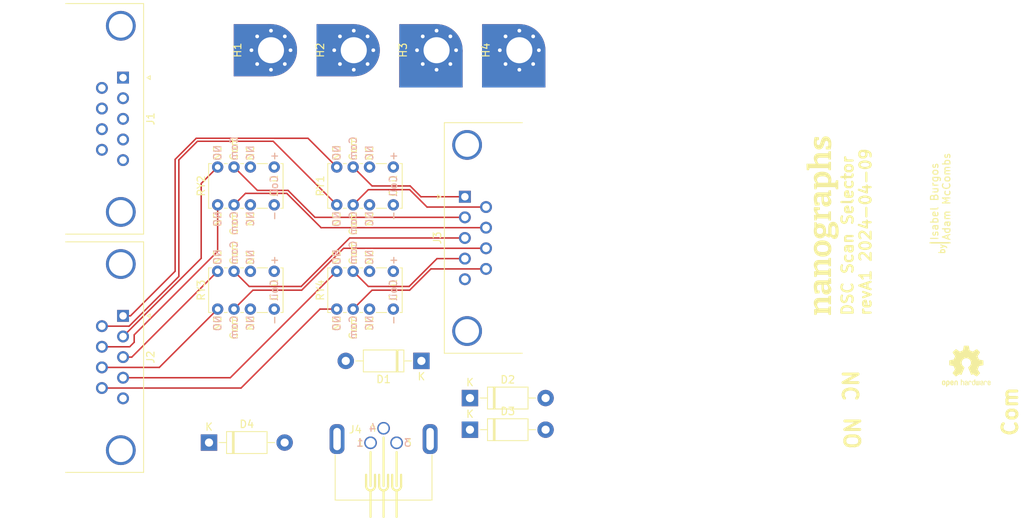
<source format=kicad_pcb>
(kicad_pcb (version 20240108) (generator "pcbnew") (generator_version "8.0")
  (layers (0 "F.Cu" signal) (1 "In1.Cu" power) (2 "In2.Cu" power) (31 "B.Cu" signal) (34 "B.Paste" user) (35 "F.Paste" user) (36 "B.SilkS" user "B.Silkscreen") (37 "F.SilkS" user "F.Silkscreen") (38 "B.Mask" user) (39 "F.Mask" user) (44 "Edge.Cuts" user))
  (net 0 "")
  (net 1 "GND")
  (net 2 "/Bank-1")
  (net 3 "GNDD")
  (net 4 "/Bank-2")
  (net 5 "/Internal-A+")
  (net 6 "/Internal-D-")
  (net 7 "/Internal-B-")
  (net 8 "/Internal-B+")
  (net 9 "/Internal-A-")
  (net 10 "/Internal-C+")
  (net 11 "/Internal-C-")
  (net 12 "/Internal-D+")
  (net 13 "/External-C-")
  (net 14 "/External-A-")
  (net 15 "/External-D-")
  (net 16 "/External-B-")
  (net 17 "/External-C+")
  (net 18 "/External-A+")
  (net 19 "/External-D+")
  (net 20 "/External-B+")
  (net 21 "/Out-C+")
  (net 22 "/Out-B+")
  (net 23 "/Out-A+")
  (net 24 "/Out-C-")
  (net 27 "/Out-A-")
  (net 28 "/Out-B-")
  (net 29 "/Out-D-")
  (net 30 "/Out-D+")
  (footprint "OBI Connectors:M8_conn_01x03_Pin_Shielded_Right_Angle" (layer "F.Cu") (at 154.81 107.49)
    (property "Reference" "J4" (at -3.79 -1.27 0) (layer "F.SilkS"))
    (property "Value" "M8_conn_01x03_Pin_Shielded")
    (fp_text user "4" (at -1.5 -1.5 0) (layer "B.SilkS") (effects (justify mirror)))
    (fp_text user "3" (at 3.2 0.5 0) (layer "B.SilkS") (effects (justify mirror)))
    (fp_text user "1" (at -3.2 0.5 0) (layer "B.SilkS") (effects (justify mirror)))
    (fp_text user "4" (at -1.4 -1.5 0) (layer "F.SilkS"))
    (fp_text user "1" (at -3.1 0.5 0) (layer "F.SilkS"))
    (fp_text user "3" (at 3.3 0.5 0) (layer "F.SilkS"))
    (pad "1" thru_hole circle (at -1.75 0.5) (size 1.7 1.7) (drill 1.3) (layers "*.Cu" "*.Mask") (net 3 "GNDD"))
    (pad "3" thru_hole circle (at 1.75 0.5) (size 1.7 1.7) (drill 1.3) (layers "*.Cu" "*.Mask") (net 2 "/Bank-1"))
    (pad "4" thru_hole circle (at 0 -1.45) (size 1.7 1.7) (drill 1.3) (layers "*.Cu" "*.Mask") (net 4 "/Bank-2"))
    (pad "SH" thru_hole roundrect (at -6.25 0) (size 2 4) (drill oval 1 3) (layers "*.Cu" "*.Mask") (roundrect_rratio 0.4))
    (pad "SH" thru_hole roundrect (at 6.25 0) (size 2 4) (drill oval 1 3) (layers "*.Cu" "*.Mask") (roundrect_rratio 0.4))
  )
  (footprint "OBI Components:TE IM23TS DPDT Relay" (layer "F.Cu") (at 152.31 87.49 90)
    (property "Reference" "RY4" (at 0 -6 90) (layer "F.SilkS"))
    (property "Value" "TE IM23TS DPDT")
    (fp_text user "+" (at 3.3 3.8 90) (layer "B.SilkS") (effects (justify right mirror)))
    (fp_text user "NO" (at -3.3 -3.8 90) (layer "B.SilkS") (effects (justify left mirror)))
    (fp_text user "NC" (at -3.3 0.6 90) (layer "B.SilkS") (effects (justify left mirror)))
    (fp_text user "Coil" (at 0 3.8 90) (layer "B.SilkS") (effects (justify mirror)))
    (fp_text user "Com" (at -3.3 -1.6 90) (layer "B.SilkS") (effects (justify left mirror)))
    (fp_text user "NO" (at 3.3 -3.8 90) (layer "B.SilkS") (effects (justify right mirror)))
    (fp_text user "-" (at -3.3 3.8 90) (layer "B.SilkS") (effects (justify left mirror)))
    (fp_text user "NC" (at 3.3 0.6 90) (layer "B.SilkS") (effects (justify right mirror)))
    (fp_text user "Com" (at 3.3 -1.6 90) (layer "B.SilkS") (effects (justify right mirror)))
    (fp_text user "Com" (at -3.3 -1.6 90) (layer "F.SilkS") (effects (justify right)))
    (fp_text user "NO" (at 3.3 -3.8 90) (layer "F.SilkS") (effects (justify left)))
    (fp_text user "Com" (at 3.3 -1.6 90) (layer "F.SilkS") (effects (justify left)))
    (fp_text user "-" (at -3.3 3.8 90) (layer "F.SilkS") (effects (justify right)))
    (fp_text user "NC" (at -3.3 0.6 90) (layer "F.SilkS") (effects (justify right)))
    (fp_text user "NC" (at 3.3 0.6 90) (layer "F.SilkS") (effects (justify left)))
    (fp_text user "NO" (at -3.3 -3.8 90) (layer "F.SilkS") (effects (justify right)))
    (fp_text user "Coil" (at 0 3.8 90) (layer "F.SilkS"))
    (fp_text user "+" (at 3.3 3.8 90) (layer "F.SilkS") (effects (justify left)))
    (pad "1" thru_hole circle (at 2.54 3.81 90) (size 1.524 1.524) (drill 0.762) (layers "*.Cu" "*.Mask") (net 4 "/Bank-2"))
    (pad "2" thru_hole circle (at 2.54 0.61 90) (size 1.524 1.524) (drill 0.762) (layers "*.Cu" "*.Mask") (net 12 "/Internal-D+"))
    (pad "3" thru_hole circle (at 2.54 -1.59 90) (size 1.524 1.524) (drill 0.762) (layers "*.Cu" "*.Mask") (net 30 "/Out-D+"))
    (pad "4" thru_hole circle (at 2.54 -3.79 90) (size 1.524 1.524) (drill 0.762) (layers "*.Cu" "*.Mask") (net 19 "/External-D+"))
    (pad "5" thru_hole circle (at -2.54 -3.79 90) (size 1.524 1.524) (drill 0.762) (layers "*.Cu" "*.Mask") (net 15 "/External-D-"))
    (pad "6" thru_hole circle (at -2.54 -1.59 90) (size 1.524 1.524) (drill 0.762) (layers "*.Cu" "*.Mask") (net 29 "/Out-D-"))
    (pad "7" thru_hole circle (at -2.54 0.61 90) (size 1.524 1.524) (drill 0.762) (layers "*.Cu" "*.Mask") (net 6 "/Internal-D-"))
    (pad "8" thru_hole circle (at -2.54 3.81 90) (size 1.524 1.524) (drill 0.762) (layers "*.Cu" "*.Mask") (net 3 "GNDD"))
  )
  (footprint "OBI Graphics:nanographs small" (layer "F.Cu") (at 213.893844 78.661144 90)
    (property "Reference" "REF**" (hide yes))
    (property "Value" "nanographs small" (hide yes))
  )
  (footprint "OBI Components:TE IM23TS DPDT Relay" (layer "F.Cu") (at 152.31 73.49 90)
    (property "Reference" "RY1" (at 0 -6 90) (layer "F.SilkS"))
    (property "Value" "TE IM23TS DPDT")
    (fp_text user "Coil" (at 0 3.8 90) (layer "B.SilkS") (effects (justify mirror)))
    (fp_text user "Com" (at 3.3 -1.6 90) (layer "B.SilkS") (effects (justify right mirror)))
    (fp_text user "NC" (at 3.3 0.6 90) (layer "B.SilkS") (effects (justify right mirror)))
    (fp_text user "+" (at 3.3 3.8 90) (layer "B.SilkS") (effects (justify right mirror)))
    (fp_text user "NC" (at -3.3 0.6 90) (layer "B.SilkS") (effects (justify left mirror)))
    (fp_text user "NO" (at 3.3 -3.8 90) (layer "B.SilkS") (effects (justify right mirror)))
    (fp_text user "Com" (at -3.3 -1.6 90) (layer "B.SilkS") (effects (justify left mirror)))
    (fp_text user "NO" (at -3.3 -3.8 90) (layer "B.SilkS") (effects (justify left mirror)))
    (fp_text user "-" (at -3.3 3.8 90) (layer "B.SilkS") (effects (justify left mirror)))
    (fp_text user "Com" (at 3.3 -1.6 90) (layer "F.SilkS") (effects (justify left)))
    (fp_text user "+" (at 3.3 3.8 90) (layer "F.SilkS") (effects (justify left)))
    (fp_text user "Com" (at -3.3 -1.6 90) (layer "F.SilkS") (effects (justify right)))
    (fp_text user "NO" (at 3.3 -3.8 90) (layer "F.SilkS") (effects (justify left)))
    (fp_text user "NO" (at -3.3 -3.8 90) (layer "F.SilkS") (effects (justify right)))
    (fp_text user "-" (at -3.3 3.8 90) (layer "F.SilkS") (effects (justify right)))
    (fp_text user "NC" (at -3.3 0.6 90) (layer "F.SilkS") (effects (justify right)))
    (fp_text user "NC" (at 3.3 0.6 90) (layer "F.SilkS") (effects (justify left)))
    (fp_text user "Coil" (at 0 3.8 90) (layer "F.SilkS"))
    (pad "1" thru_hole circle (at 2.54 3.81 90) (size 1.524 1.524) (drill 0.762) (layers "*.Cu" "*.Mask") (net 2 "/Bank-1"))
    (pad "2" thru_hole circle (at 2.54 0.61 90) (size 1.524 1.524) (drill 0.762) (layers "*.Cu" "*.Mask") (net 5 "/Internal-A+"))
    (pad "3" thru_hole circle (at 2.54 -1.59 90) (size 1.524 1.524) (drill 0.762) (layers "*.Cu" "*.Mask") (net 23 "/Out-A+"))
    (pad "4" thru_hole circle (at 2.54 -3.79 90) (size 1.524 1.524) (drill 0.762) (layers "*.Cu" "*.Mask") (net 18 "/External-A+"))
    (pad "5" thru_hole circle (at -2.54 -3.79 90) (size 1.524 1.524) (drill 0.762) (layers "*.Cu" "*.Mask") (net 14 "/External-A-"))
    (pad "6" thru_hole circle (at -2.54 -1.59 90) (size 1.524 1.524) (drill 0.762) (layers "*.Cu" "*.Mask") (net 27 "/Out-A-"))
    (pad "7" thru_hole circle (at -2.54 0.61 90) (size 1.524 1.524) (drill 0.762) (layers "*.Cu" "*.Mask") (net 9 "/Internal-A-"))
    (pad "8" thru_hole circle (at -2.54 3.81 90) (size 1.524 1.524) (drill 0.762) (layers "*.Cu" "*.Mask") (net 3 "GNDD"))
  )
  (footprint "Connector_Dsub:DSUB-9_Male_Horizontal_P2.77x2.84mm_EdgePinOffset4.94mm_Housed_MountingHolesOffset7.48mm" (layer "F.Cu") (at 119.815331 58.94 -90)
    (property "Reference" "J1" (at 5.54 -3.7 90) (layer "F.SilkS"))
    (property "Value" "DE9_Plug_MountingHoles")
    (pad "0" thru_hole circle (at -6.96 0.3 270) (size 4 4) (drill 3.2) (layers "*.Cu" "*.Mask") (net 1 "GND"))
    (pad "0" thru_hole circle (at 18.04 0.3 270) (size 4 4) (drill 3.2) (layers "*.Cu" "*.Mask") (net 1 "GND"))
    (pad "1" thru_hole rect (at 0 0 270) (size 1.6 1.6) (drill 1) (layers "*.Cu" "*.Mask") (net 5 "/Internal-A+"))
    (pad "2" thru_hole circle (at 2.77 0 270) (size 1.6 1.6) (drill 1) (layers "*.Cu" "*.Mask") (net 8 "/Internal-B+"))
    (pad "3" thru_hole circle (at 5.54 0 270) (size 1.6 1.6) (drill 1) (layers "*.Cu" "*.Mask") (net 10 "/Internal-C+"))
    (pad "4" thru_hole circle (at 8.31 0 270) (size 1.6 1.6) (drill 1) (layers "*.Cu" "*.Mask") (net 12 "/Internal-D+"))
    (pad "5" thru_hole circle (at 11.08 0 270) (size 1.6 1.6) (drill 1) (layers "*.Cu" "*.Mask") (net 1 "GND"))
    (pad "6" thru_hole circle (at 1.385 2.84 270) (size 1.6 1.6) (drill 1) (layers "*.Cu" "*.Mask") (net 9 "/Internal-A-"))
    (pad "7" thru_hole circle (at 4.155 2.84 270) (size 1.6 1.6) (drill 1) (layers "*.Cu" "*.Mask") (net 7 "/Internal-B-"))
    (pad "8" thru_hole circle (at 6.925 2.84 270) (size 1.6 1.6) (drill 1) (layers "*.Cu" "*.Mask") (net 11 "/Internal-C-"))
    (pad "9" thru_hole circle (at 9.695 2.84 270) (size 1.6 1.6) (drill 1) (layers "*.Cu" "*.Mask") (net 6 "/Internal-D-"))
  )
  (footprint "Diode_THT:D_DO-41_SOD81_P10.16mm_Horizontal" (layer "F.Cu") (at 166.41 101.98)
    (property "Reference" "D2" (at 5.08 -2.47 0) (layer "F.SilkS"))
    (property "Value" "1N4007")
    (fp_text user "K" (at 0 -2.1 0) (layer "F.SilkS"))
    (pad "1" thru_hole rect (at 0 0) (size 2.2 2.2) (drill 1.1) (layers "*.Cu" "*.Mask") (net 2 "/Bank-1"))
    (pad "2" thru_hole oval (at 10.16 0) (size 2.2 2.2) (drill 1.1) (layers "*.Cu" "*.Mask") (net 3 "GNDD"))
  )
  (footprint "Connector_Dsub:DSUB-9_Female_Horizontal_P2.77x2.84mm_EdgePinOffset4.94mm_Housed_MountingHolesOffset7.48mm" (layer "F.Cu") (at 165.729669 74.94 90)
    (property "Reference" "J3" (at -5.54 -3.7 -90) (layer "F.SilkS"))
    (property "Value" "DE9_Receptacle_MountingHoles")
    (pad "0" thru_hole circle (at -18.04 0.3 90) (size 4 4) (drill 3.2) (layers "*.Cu" "*.Mask") (net 1 "GND"))
    (pad "0" thru_hole circle (at 6.96 0.3 90) (size 4 4) (drill 3.2) (layers "*.Cu" "*.Mask") (net 1 "GND"))
    (pad "1" thru_hole rect (at 0 0 90) (size 1.6 1.6) (drill 1) (layers "*.Cu" "*.Mask") (net 23 "/Out-A+"))
    (pad "2" thru_hole circle (at -2.77 0 90) (size 1.6 1.6) (drill 1) (layers "*.Cu" "*.Mask") (net 22 "/Out-B+"))
    (pad "3" thru_hole circle (at -5.54 0 90) (size 1.6 1.6) (drill 1) (layers "*.Cu" "*.Mask") (net 21 "/Out-C+"))
    (pad "4" thru_hole circle (at -8.31 0 90) (size 1.6 1.6) (drill 1) (layers "*.Cu" "*.Mask") (net 30 "/Out-D+"))
    (pad "5" thru_hole circle (at -11.08 0 90) (size 1.6 1.6) (drill 1) (layers "*.Cu" "*.Mask") (net 1 "GND"))
    (pad "6" thru_hole circle (at -1.385 2.84 90) (size 1.6 1.6) (drill 1) (layers "*.Cu" "*.Mask") (net 27 "/Out-A-"))
    (pad "7" thru_hole circle (at -4.155 2.84 90) (size 1.6 1.6) (drill 1) (layers "*.Cu" "*.Mask") (net 28 "/Out-B-"))
    (pad "8" thru_hole circle (at -6.925 2.84 90) (size 1.6 1.6) (drill 1) (layers "*.Cu" "*.Mask") (net 24 "/Out-C-"))
    (pad "9" thru_hole circle (at -9.695 2.84 90) (size 1.6 1.6) (drill 1) (layers "*.Cu" "*.Mask") (net 29 "/Out-D-"))
  )
  (footprint "OBI Components:MountingHole_3.5mm_Pad_Via_CrtYd_CoperOverCorner" (layer "F.Cu") (at 161.925 55.26 90)
    (property "Reference" "H3" (at 0 -4.5 270) (layer "F.SilkS"))
    (property "Value" "MountingHole")
    (pad "1" thru_hole circle (at -2.625 0 90) (size 0.8 0.8) (drill 0.5) (layers "*.Cu" "*.Mask"))
    (pad "1" connect rect (at -2.5 -0.75 90) (size 5 8.5) (layers "F.Cu" "F.Mask"))
    (pad "1" connect rect (at -2.5 -0.75 90) (size 5 8.5) (layers "B.Cu" "B.Mask"))
    (pad "1" thru_hole circle (at -1.856155 -1.856155 90) (size 0.8 0.8) (drill 0.5) (layers "*.Cu" "*.Mask"))
    (pad "1" thru_hole circle (at -1.856155 1.856155 90) (size 0.8 0.8) (drill 0.5) (layers "*.Cu" "*.Mask"))
    (pad "1" connect rect (at -0.750003 -2.5 180) (size 5 8.499994) (layers "F.Cu" "F.Mask"))
    (pad "1" connect rect (at -0.750003 -2.5 180) (size 5 8.499994) (layers "B.Cu" "B.Mask"))
    (pad "1" thru_hole circle (at 0 -2.625 90) (size 0.8 0.8) (drill 0.5) (layers "*.Cu" "*.Mask"))
    (pad "1" thru_hole circle (at 0 0 90) (size 7 7) (drill 3.5) (layers "*.Cu" "*.Mask"))
    (pad "1" thru_hole circle (at 0 2.625 90) (size 0.8 0.8) (drill 0.5) (layers "*.Cu" "*.Mask"))
    (pad "1" thru_hole circle (at 1.856155 -1.856155 90) (size 0.8 0.8) (drill 0.5) (layers "*.Cu" "*.Mask"))
    (pad "1" thru_hole circle (at 1.856155 1.856155 90) (size 0.8 0.8) (drill 0.5) (layers "*.Cu" "*.Mask"))
    (pad "1" thru_hole circle (at 2.625 0 90) (size 0.8 0.8) (drill 0.5) (layers "*.Cu" "*.Mask"))
  )
  (footprint "OBI Components:MountingHole_3.5mm_Pad_Via_CrtYd_CopperOverEdge" (layer "F.Cu") (at 139.685 55.26 90)
    (property "Reference" "H1" (at 0 -4.5 270) (layer "F.SilkS"))
    (property "Value" "MountingHole")
    (pad "1" thru_hole circle (at -2.625 0 90) (size 0.8 0.8) (drill 0.5) (layers "*.Cu" "*.Mask"))
    (pad "1" thru_hole circle (at -1.856155 -1.856155 90) (size 0.8 0.8) (drill 0.5) (layers "*.Cu" "*.Mask"))
    (pad "1" thru_hole circle (at -1.856155 1.856155 90) (size 0.8 0.8) (drill 0.5) (layers "*.Cu" "*.Mask"))
    (pad "1" connect rect (at -0.000003 -2.5 180) (size 5 6.999994) (layers "F.Cu" "F.Mask"))
    (pad "1" connect rect (at -0.000003 -2.5 180) (size 5 6.999994) (layers "B.Cu" "B.Mask"))
    (pad "1" thru_hole circle (at 0 -2.625 90) (size 0.8 0.8) (drill 0.5) (layers "*.Cu" "*.Mask"))
    (pad "1" thru_hole circle (at 0 0 90) (size 7 7) (drill 3.5) (layers "*.Cu" "*.Mask"))
    (pad "1" thru_hole circle (at 0 2.625 90) (size 0.8 0.8) (drill 0.5) (layers "*.Cu" "*.Mask"))
    (pad "1" thru_hole circle (at 1.856155 -1.856155 90) (size 0.8 0.8) (drill 0.5) (layers "*.Cu" "*.Mask"))
    (pad "1" thru_hole circle (at 1.856155 1.856155 90) (size 0.8 0.8) (drill 0.5) (layers "*.Cu" "*.Mask"))
    (pad "1" thru_hole circle (at 2.625 0 90) (size 0.8 0.8) (drill 0.5) (layers "*.Cu" "*.Mask"))
  )
  (footprint "Connector_Dsub:DSUB-9_Male_Horizontal_P2.77x2.84mm_EdgePinOffset4.94mm_Housed_MountingHolesOffset7.48mm" (layer "F.Cu") (at 119.815331 90.94 -90)
    (property "Reference" "J2" (at 5.54 -3.7 90) (layer "F.SilkS"))
    (property "Value" "DE9_Plug_MountingHoles")
    (pad "0" thru_hole circle (at -6.96 0.3 270) (size 4 4) (drill 3.2) (layers "*.Cu" "*.Mask") (net 1 "GND"))
    (pad "0" thru_hole circle (at 18.04 0.3 270) (size 4 4) (drill 3.2) (layers "*.Cu" "*.Mask") (net 1 "GND"))
    (pad "1" thru_hole rect (at 0 0 270) (size 1.6 1.6) (drill 1) (layers "*.Cu" "*.Mask") (net 18 "/External-A+"))
    (pad "2" thru_hole circle (at 2.77 0 270) (size 1.6 1.6) (drill 1) (layers "*.Cu" "*.Mask") (net 20 "/External-B+"))
    (pad "3" thru_hole circle (at 5.54 0 270) (size 1.6 1.6) (drill 1) (layers "*.Cu" "*.Mask") (net 17 "/External-C+"))
    (pad "4" thru_hole circle (at 8.31 0 270) (size 1.6 1.6) (drill 1) (layers "*.Cu" "*.Mask") (net 19 "/External-D+"))
    (pad "5" thru_hole circle (at 11.08 0 270) (size 1.6 1.6) (drill 1) (layers "*.Cu" "*.Mask") (net 1 "GND"))
    (pad "6" thru_hole circle (at 1.385 2.84 270) (size 1.6 1.6) (drill 1) (layers "*.Cu" "*.Mask") (net 14 "/External-A-"))
    (pad "7" thru_hole circle (at 4.155 2.84 270) (size 1.6 1.6) (drill 1) (layers "*.Cu" "*.Mask") (net 16 "/External-B-"))
    (pad "8" thru_hole circle (at 6.925 2.84 270) (size 1.6 1.6) (drill 1) (layers "*.Cu" "*.Mask") (net 13 "/External-C-"))
    (pad "9" thru_hole circle (at 9.695 2.84 270) (size 1.6 1.6) (drill 1) (layers "*.Cu" "*.Mask") (net 15 "/External-D-"))
  )
  (footprint "OBI Components:MountingHole_3.5mm_Pad_Via_CrtYd_CoperOverCorner" (layer "F.Cu") (at 173.045 55.26 90)
    (property "Reference" "H4" (at 0 -4.5 270) (layer "F.SilkS"))
    (property "Value" "MountingHole")
    (pad "1" thru_hole circle (at -2.625 0 90) (size 0.8 0.8) (drill 0.5) (layers "*.Cu" "*.Mask"))
    (pad "1" connect rect (at -2.5 -0.75 90) (size 5 8.5) (layers "F.Cu" "F.Mask"))
    (pad "1" connect rect (at -2.5 -0.75 90) (size 5 8.5) (layers "B.Cu" "B.Mask"))
    (pad "1" thru_hole circle (at -1.856155 -1.856155 90) (size 0.8 0.8) (drill 0.5) (layers "*.Cu" "*.Mask"))
    (pad "1" thru_hole circle (at -1.856155 1.856155 90) (size 0.8 0.8) (drill 0.5) (layers "*.Cu" "*.Mask"))
    (pad "1" connect rect (at -0.750003 -2.5 180) (size 5 8.499994) (layers "F.Cu" "F.Mask"))
    (pad "1" connect rect (at -0.750003 -2.5 180) (size 5 8.499994) (layers "B.Cu" "B.Mask"))
    (pad "1" thru_hole circle (at 0 -2.625 90) (size 0.8 0.8) (drill 0.5) (layers "*.Cu" "*.Mask"))
    (pad "1" thru_hole circle (at 0 0 90) (size 7 7) (drill 3.5) (layers "*.Cu" "*.Mask"))
    (pad "1" thru_hole circle (at 0 2.625 90) (size 0.8 0.8) (drill 0.5) (layers "*.Cu" "*.Mask"))
    (pad "1" thru_hole circle (at 1.856155 -1.856155 90) (size 0.8 0.8) (drill 0.5) (layers "*.Cu" "*.Mask"))
    (pad "1" thru_hole circle (at 1.856155 1.856155 90) (size 0.8 0.8) (drill 0.5) (layers "*.Cu" "*.Mask"))
    (pad "1" thru_hole circle (at 2.625 0 90) (size 0.8 0.8) (drill 0.5) (layers "*.Cu" "*.Mask"))
  )
  (footprint "Diode_THT:D_DO-41_SOD81_P10.16mm_Horizontal" (layer "F.Cu") (at 159.89 96.99 180)
    (property "Reference" "D1" (at 5.08 -2.47 180) (layer "F.SilkS"))
    (property "Value" "1N4007")
    (fp_text user "K" (at 0 -2.1 180) (layer "F.SilkS"))
    (pad "1" thru_hole rect (at 0 0 180) (size 2.2 2.2) (drill 1.1) (layers "*.Cu" "*.Mask") (net 2 "/Bank-1"))
    (pad "2" thru_hole oval (at 10.16 0 180) (size 2.2 2.2) (drill 1.1) (layers "*.Cu" "*.Mask") (net 3 "GNDD"))
  )
  (footprint "OBI Components:TE IM23TS DPDT Relay" (layer "F.Cu") (at 136.31 87.49 90)
    (property "Reference" "RY3" (at 0 -6 90) (layer "F.SilkS"))
    (property "Value" "TE IM23TS DPDT")
    (fp_text user "NC" (at 3.3 0.6 90) (layer "B.SilkS") (effects (justify right mirror)))
    (fp_text user "Coil" (at 0 3.8 90) (layer "B.SilkS") (effects (justify mirror)))
    (fp_text user "+" (at 3.3 3.8 90) (layer "B.SilkS") (effects (justify right mirror)))
    (fp_text user "NC" (at -3.3 0.6 90) (layer "B.SilkS") (effects (justify left mirror)))
    (fp_text user "Com" (at -3.3 -1.6 90) (layer "B.SilkS") (effects (justify left mirror)))
    (fp_text user "NO" (at 3.3 -3.8 90) (layer "B.SilkS") (effects (justify right mirror)))
    (fp_text user "NO" (at -3.3 -3.8 90) (layer "B.SilkS") (effects (justify left mirror)))
    (fp_text user "Com" (at 3.3 -1.6 90) (layer "B.SilkS") (effects (justify right mirror)))
    (fp_text user "-" (at -3.3 3.8 90) (layer "B.SilkS") (effects (justify left mirror)))
    (fp_text user "NO" (at 3.3 -3.8 90) (layer "F.SilkS") (effects (justify left)))
    (fp_text user "NC" (at -3.3 0.6 90) (layer "F.SilkS") (effects (justify right)))
    (fp_text user "+" (at 3.3 3.8 90) (layer "F.SilkS") (effects (justify left)))
    (fp_text user "Com" (at -3.3 -1.6 90) (layer "F.SilkS") (effects (justify right)))
    (fp_text user "Com" (at 3.3 -1.6 90) (layer "F.SilkS") (effects (justify left)))
    (fp_text user "NO" (at -3.3 -3.8 90) (layer "F.SilkS") (effects (justify right)))
    (fp_text user "NC" (at 3.3 0.6 90) (layer "F.SilkS") (effects (justify left)))
    (fp_text user "Coil" (at 0 3.8 90) (layer "F.SilkS"))
    (fp_text user "-" (at -3.3 3.8 90) (layer "F.SilkS") (effects (justify right)))
    (pad "1" thru_hole circle (at 2.54 3.81 90) (size 1.524 1.524) (drill 0.762) (layers "*.Cu" "*.Mask") (net 4 "/Bank-2"))
    (pad "2" thru_hole circle (at 2.54 0.61 90) (size 1.524 1.524) (drill 0.762) (layers "*.Cu" "*.Mask") (net 10 "/Internal-C+"))
    (pad "3" thru_hole circle (at 2.54 -1.59 90) (size 1.524 1.524) (drill 0.762) (layers "*.Cu" "*.Mask") (net 21 "/Out-C+"))
    (pad "4" thru_hole circle (at 2.54 -3.79 90) (size 1.524 1.524) (drill 0.762) (layers "*.Cu" "*.Mask") (net 17 "/External-C+"))
    (pad "5" thru_hole circle (at -2.54 -3.79 90) (size 1.524 1.524) (drill 0.762) (layers "*.Cu" "*.Mask") (net 13 "/External-C-"))
    (pad "6" thru_hole circle (at -2.54 -1.59 90) (size 1.524 1.524) (drill 0.762) (layers "*.Cu" "*.Mask") (net 24 "/Out-C-"))
    (pad "7" thru_hole circle (at -2.54 0.61 90) (size 1.524 1.524) (drill 0.762) (layers "*.Cu" "*.Mask") (net 11 "/Internal-C-"))
    (pad "8" thru_hole circle (at -2.54 3.81 90) (size 1.524 1.524) (drill 0.762) (layers "*.Cu" "*.Mask") (net 3 "GNDD"))
  )
  (footprint "Symbol:OSHW-Logo2_7.3x6mm_SilkScreen" (layer "F.Cu") (at 233.08 97.71)
    (property "Reference" "REF**" (hide yes))
    (property "Value" "OSHW-Logo2_7.3x6mm_SilkScreen" (hide yes))
  )
  (footprint "Diode_THT:D_DO-41_SOD81_P10.16mm_Horizontal" (layer "F.Cu") (at 131.36 107.96)
    (property "Reference" "D4" (at 5.08 -2.47 0) (layer "F.SilkS"))
    (property "Value" "1N4007")
    (fp_text user "K" (at 0 -2.1 0) (layer "F.SilkS"))
    (pad "1" thru_hole rect (at 0 0) (size 2.2 2.2) (drill 1.1) (layers "*.Cu" "*.Mask") (net 4 "/Bank-2"))
    (pad "2" thru_hole oval (at 10.16 0) (size 2.2 2.2) (drill 1.1) (layers "*.Cu" "*.Mask") (net 3 "GNDD"))
  )
  (footprint "Diode_THT:D_DO-41_SOD81_P10.16mm_Horizontal" (layer "F.Cu") (at 166.41 106.23)
    (property "Reference" "D3" (at 5.08 -2.47 0) (layer "F.SilkS"))
    (property "Value" "1N4007")
    (fp_text user "K" (at 0 -2.1 0) (layer "F.SilkS"))
    (pad "1" thru_hole rect (at 0 0) (size 2.2 2.2) (drill 1.1) (layers "*.Cu" "*.Mask") (net 4 "/Bank-2"))
    (pad "2" thru_hole oval (at 10.16 0) (size 2.2 2.2) (drill 1.1) (layers "*.Cu" "*.Mask") (net 3 "GNDD"))
  )
  (footprint "OBI Components:TE IM23TS DPDT Relay" (layer "F.Cu") (at 136.31 73.49 90)
    (property "Reference" "RY2" (at 0 -6 90) (layer "F.SilkS"))
    (property "Value" "TE IM23TS DPDT")
    (fp_text user "NO" (at 3.3 -3.8 90) (layer "B.SilkS") (effects (justify right mirror)))
    (fp_text user "NC" (at -3.3 0.6 90) (layer "B.SilkS") (effects (justify left mirror)))
    (fp_text user "Coil" (at 0 3.8 90) (layer "B.SilkS") (effects (justify mirror)))
    (fp_text user "+" (at 3.3 3.8 90) (layer "B.SilkS") (effects (justify right mirror)))
    (fp_text user "Com" (at 3.3 -1.6 90) (layer "B.SilkS") (effects (justify right mirror)))
    (fp_text user "Com" (at -3.3 -1.6 90) (layer "B.SilkS") (effects (justify left mirror)))
    (fp_text user "NO" (at -3.3 -3.8 90) (layer "B.SilkS") (effects (justify left mirror)))
    (fp_text user "NC" (at 3.3 0.6 90) (layer "B.SilkS") (effects (justify right mirror)))
    (fp_text user "-" (at -3.3 3.8 90) (layer "B.SilkS") (effects (justify left mirror)))
    (fp_text user "NO" (at 3.3 -3.8 90) (layer "F.SilkS") (effects (justify left)))
    (fp_text user "NC" (at -3.3 0.6 90) (layer "F.SilkS") (effects (justify right)))
    (fp_text user "-" (at -3.3 3.8 90) (layer "F.SilkS") (effects (justify right)))
    (fp_text user "Com" (at 3.3 -1.6 90) (layer "F.SilkS") (effects (justify left)))
    (fp_text user "+" (at 3.3 3.8 90) (layer "F.SilkS") (effects (justify left)))
    (fp_text user "NC" (at 3.3 0.6 90) (layer "F.SilkS") (effects (justify left)))
    (fp_text user "NO" (at -3.3 -3.8 90) (layer "F.SilkS") (effects (justify right)))
    (fp_text user "Com" (at -3.3 -1.6 90) (layer "F.SilkS") (effects (justify right)))
    (fp_text user "Coil" (at 0 3.8 90) (layer "F.SilkS"))
    (pad "1" thru_hole circle (at 2.54 3.81 90) (size 1.524 1.524) (drill 0.762) (layers "*.Cu" "*.Mask") (net 2 "/Bank-1"))
    (pad "2" thru_hole circle (at 2.54 0.61 90) (size 1.524 1.524) (drill 0.762) (layers "*.Cu" "*.Mask") (net 8 "/Internal-B+"))
    (pad "3" thru_hole circle (at 2.54 -1.59 90) (size 1.524 1.524) (drill 0.762) (layers "*.Cu" "*.Mask") (net 22 "/Out-B+"))
    (pad "4" thru_hole circle (at 2.54 -3.79 90) (size 1.524 1.524) (drill 0.762) (layers "*.Cu" "*.Mask") (net 20 "/External-B+"))
    (pad "5" thru_hole circle (at -2.54 -3.79 90) (size 1.524 1.524) (drill 0.762) (layers "*.Cu" "*.Mask") (net 16 "/External-B-"))
    (pad "6" thru_hole circle (at -2.54 -1.59 90) (size 1.524 1.524) (drill 0.762) (layers "*.Cu" "*.Mask") (net 28 "/Out-B-"))
    (pad "7" thru_hole circle (at -2.54 0.61 90) (size 1.524 1.524) (drill 0.762) (layers "*.Cu" "*.Mask") (net 7 "/Internal-B-"))
    (pad "8" thru_hole circle (at -2.54 3.81 90) (size 1.524 1.524) (drill 0.762) (layers "*.Cu" "*.Mask") (net 3 "GNDD"))
  )
  (footprint "OBI Components:MountingHole_3.5mm_Pad_Via_CrtYd_CopperOverEdge" (layer "F.Cu") (at 150.805 55.26 90)
    (property "Reference" "H2" (at 0 -4.5 270) (layer "F.SilkS"))
    (property "Value" "MountingHole")
    (pad "1" thru_hole circle (at -2.625 0 90) (size 0.8 0.8) (drill 0.5) (layers "*.Cu" "*.Mask"))
    (pad "1" thru_hole circle (at -1.856155 -1.856155 90) (size 0.8 0.8) (drill 0.5) (layers "*.Cu" "*.Mask"))
    (pad "1" thru_hole circle (at -1.856155 1.856155 90) (size 0.8 0.8) (drill 0.5) (layers "*.Cu" "*.Mask"))
    (pad "1" connect rect (at -0.000003 -2.5 180) (size 5 6.999994) (layers "F.Cu" "F.Mask"))
    (pad "1" connect rect (at -0.000003 -2.5 180) (size 5 6.999994) (layers "B.Cu" "B.Mask"))
    (pad "1" thru_hole circle (at 0 -2.625 90) (size 0.8 0.8) (drill 0.5) (layers "*.Cu" "*.Mask"))
    (pad "1" thru_hole circle (at 0 0 90) (size 7 7) (drill 3.5) (layers "*.Cu" "*.Mask"))
    (pad "1" thru_hole circle (at 0 2.625 90) (size 0.8 0.8) (drill 0.5) (layers "*.Cu" "*.Mask"))
    (pad "1" thru_hole circle (at 1.856155 -1.856155 90) (size 0.8 0.8) (drill 0.5) (layers "*.Cu" "*.Mask"))
    (pad "1" thru_hole circle (at 1.856155 1.856155 90) (size 0.8 0.8) (drill 0.5) (layers "*.Cu" "*.Mask"))
    (pad "1" thru_hole circle (at 2.625 0 90) (size 0.8 0.8) (drill 0.5) (layers "*.Cu" "*.Mask"))
  )
  (gr_line (start 153.06 117.94) (end 153.06 114.54) (stroke (width 0.3)) (layer "F.SilkS"))
  (gr_line (start 156.56 109.24) (end 156.56 113.79) (stroke (width 0.3)) (layer "F.SilkS"))
  (gr_line (start 153.66 113.79) (end 153.66 112.29) (stroke (width 0.3)) (layer "F.SilkS"))
  (gr_line (start 155.41 113.79) (end 155.41 112.29) (stroke (width 0.3)) (layer "F.SilkS"))
  (gr_line (start 157.16 113.79) (end 157.16 112.29) (stroke (width 0.3)) (layer "F.SilkS"))
  (gr_arc (start 157.16 113.79) (mid 156.56 114.39) (end 155.96 113.79) (stroke (width 0.3)) (layer "F.SilkS"))
  (gr_line (start 156.56 117.94) (end 156.56 114.54) (stroke (width 0.3)) (layer "F.SilkS"))
  (gr_arc (start 153.66 113.79) (mid 153.06 114.39) (end 152.46 113.79) (stroke (width 0.3)) (layer "F.SilkS"))
  (gr_line (start 154.21 112.29) (end 154.21 113.79) (stroke (width 0.3)) (layer "F.SilkS"))
  (gr_line (start 153.06 109.24) (end 153.06 113.79) (stroke (width 0.3)) (layer "F.SilkS"))
  (gr_line (start 152.46 112.29) (end 152.46 113.79) (stroke (width 0.3)) (layer "F.SilkS"))
  (gr_line (start 155.96 112.29) (end 155.96 113.79) (stroke (width 0.3)) (layer "F.SilkS"))
  (gr_line (start 154.81 117.94) (end 154.81 114.54) (stroke (width 0.3)) (layer "F.SilkS"))
  (gr_line (start 228.225 81.13) (end 230.87 81.13) (stroke (width 0.2)) (layer "F.SilkS"))
  (gr_arc (start 155.41 113.79) (mid 154.81 114.39) (end 154.21 113.79) (stroke (width 0.3)) (layer "F.SilkS"))
  (gr_line (start 154.81 107.29) (end 154.81 113.79) (stroke (width 0.3)) (layer "F.SilkS"))
  (gr_text "by" (at 230.29 82.72 90) (layer "F.SilkS") (effects (font (size 0.8 0.8)) (justify left bottom)))
  (gr_text "NC" (at 217.44 100.33 270) (layer "F.SilkS") (effects (font (size 2 2) (thickness 0.4) (bold yes))))
  (gr_text "Com" (at 238.96 103.8 90) (layer "F.SilkS") (effects (font (size 2 2) (thickness 0.4) (bold yes))))
  (gr_text "DSC Scan Selector\nrevA1 2024-04-09" (at 220.42 91.06 90) (layer "F.SilkS") (effects (font (size 1.5 1.5) (thickness 0.3) (bold yes)) (justify left bottom)))
  (gr_text "NO" (at 216.5 104.32 -90) (layer "F.SilkS") (effects (font (size 2 2) (thickness 0.4) (bold yes)) (justify left bottom)))
  (gr_text "Isabel Burgos\nAdam McCombs\n" (at 228.225 80.87 90) (layer "F.SilkS") (effects (font (size 1 1)) (justify left top)))
  (segment (start 116.975331 97.865) (end 124.685 97.865) (width 0.2) (layer "F.Cu") (net 13))
  (segment (start 124.685 97.865) (end 132.52 90.03) (width 0.2) (layer "F.Cu") (net 13))
  (segment (start 127.31 85.645331) (end 127.31 69.990001) (width 0.2) (layer "F.Cu") (net 14))
  (segment (start 127.31 69.990001) (end 129.810001 67.49) (width 0.2) (layer "F.Cu") (net 14))
  (segment (start 116.975331 92.325) (end 120.630331 92.325) (width 0.2) (layer "F.Cu") (net 14))
  (segment (start 120.630331 92.325) (end 127.31 85.645331) (width 0.2) (layer "F.Cu") (net 14))
  (segment (start 129.810001 67.49) (end 139.98 67.49) (width 0.2) (layer "F.Cu") (net 14))
  (segment (start 139.98 67.49) (end 148.52 76.03) (width 0.2) (layer "F.Cu") (net 14))
  (segment (start 146.27 90.03) (end 148.52 90.03) (width 0.2) (layer "F.Cu") (net 15))
  (segment (start 116.975331 100.635) (end 135.665 100.635) (width 0.2) (layer "F.Cu") (net 15))
  (segment (start 135.665 100.635) (end 146.27 90.03) (width 0.2) (layer "F.Cu") (net 15))
  (segment (start 121.31 94.49) (end 121.31 93.49) (width 0.2) (layer "F.Cu") (net 16))
  (segment (start 132.52 82.28) (end 132.52 76.03) (width 0.2) (layer "F.Cu") (net 16))
  (segment (start 120.705 95.095) (end 121.31 94.49) (width 0.2) (layer "F.Cu") (net 16))
  (segment (start 116.975331 95.095) (end 120.705 95.095) (width 0.2) (layer "F.Cu") (net 16))
  (segment (start 121.31 93.49) (end 132.52 82.28) (width 0.2) (layer "F.Cu") (net 16))
  (segment (start 120.99 96.48) (end 132.52 84.95) (width 0.2) (layer "F.Cu") (net 17))
  (segment (start 119.815331 96.48) (end 120.99 96.48) (width 0.2) (layer "F.Cu") (net 17))
  (segment (start 126.81 84.945331) (end 126.81 69.924315) (width 0.2) (layer "F.Cu") (net 18))
  (segment (start 119.815331 90.94) (end 120.815331 90.94) (width 0.2) (layer "F.Cu") (net 18))
  (segment (start 144.66 67.09) (end 148.52 70.95) (width 0.2) (layer "F.Cu") (net 18))
  (segment (start 126.81 69.924315) (end 129.644315 67.09) (width 0.2) (layer "F.Cu") (net 18))
  (segment (start 120.815331 90.94) (end 126.81 84.945331) (width 0.2) (layer "F.Cu") (net 18))
  (segment (start 129.644315 67.09) (end 144.66 67.09) (width 0.2) (layer "F.Cu") (net 18))
  (segment (start 119.815331 99.25) (end 134.22 99.25) (width 0.2) (layer "F.Cu") (net 19))
  (segment (start 134.22 99.25) (end 148.52 84.95) (width 0.2) (layer "F.Cu") (net 19))
  (segment (start 130.31 73.16) (end 132.52 70.95) (width 0.2) (layer "F.Cu") (net 20))
  (segment (start 119.815331 93.71) (end 130.31 83.215331) (width 0.2) (layer "F.Cu") (net 20))
  (segment (start 130.31 83.215331) (end 130.31 73.16) (width 0.2) (layer "F.Cu") (net 20))
  (segment (start 143.744314 86.99) (end 150.254314 80.48) (width 0.2) (layer "F.Cu") (net 21))
  (segment (start 136.76 86.99) (end 143.744314 86.99) (width 0.2) (layer "F.Cu") (net 21))
  (segment (start 150.254314 80.48) (end 165.729669 80.48) (width 0.2) (layer "F.Cu") (net 21))
  (segment (start 134.72 84.95) (end 136.76 86.99) (width 0.2) (layer "F.Cu") (net 21))
  (segment (start 137.86 74.09) (end 141.975686 74.09) (width 0.2) (layer "F.Cu") (net 22))
  (segment (start 145.595686 77.71) (end 165.729669 77.71) (width 0.2) (layer "F.Cu") (net 22))
  (segment (start 134.72 70.95) (end 137.86 74.09) (width 0.2) (layer "F.Cu") (net 22))
  (segment (start 141.975686 74.09) (end 145.595686 77.71) (width 0.2) (layer "F.Cu") (net 22))
  (segment (start 153.26 73.49) (end 158.375686 73.49) (width 0.2) (layer "F.Cu") (net 23))
  (segment (start 159.86 74.94) (end 165.729669 74.94) (width 0.2) (layer "F.Cu") (net 23))
  (segment (start 150.72 70.95) (end 153.26 73.49) (width 0.2) (layer "F.Cu") (net 23))
  (segment (start 159.842843 74.957157) (end 159.86 74.94) (width 0.2) (layer "F.Cu") (net 23))
  (segment (start 158.375686 73.49) (end 159.842843 74.957157) (width 0.2) (layer "F.Cu") (net 23))
  (segment (start 137.26 87.49) (end 143.81 87.49) (width 0.2) (layer "F.Cu") (net 24))
  (segment (start 143.81 87.49) (end 149.435 81.865) (width 0.2) (layer "F.Cu") (net 24))
  (segment (start 134.72 90.03) (end 137.26 87.49) (width 0.2) (layer "F.Cu") (net 24))
  (segment (start 149.435 81.865) (end 168.569669 81.865) (width 0.2) (layer "F.Cu") (net 24))
  (segment (start 158.31 73.99) (end 160.645 76.325) (width 0.2) (layer "F.Cu") (net 27))
  (segment (start 150.72 76.03) (end 152.76 73.99) (width 0.2) (layer "F.Cu") (net 27))
  (segment (start 160.645 76.325) (end 168.569669 76.325) (width 0.2) (layer "F.Cu") (net 27))
  (segment (start 152.76 73.99) (end 158.31 73.99) (width 0.2) (layer "F.Cu") (net 27))
  (segment (start 136.26 74.49) (end 141.81 74.49) (width 0.2) (layer "F.Cu") (net 28))
  (segment (start 146.415 79.095) (end 168.569669 79.095) (width 0.2) (layer "F.Cu") (net 28))
  (segment (start 141.81 74.49) (end 146.415 79.095) (width 0.2) (layer "F.Cu") (net 28))
  (segment (start 134.72 76.03) (end 136.26 74.49) (width 0.2) (layer "F.Cu") (net 28))
  (segment (start 153.26 87.49) (end 158.31 87.49) (width 0.2) (layer "F.Cu") (net 29))
  (segment (start 161.165 84.635) (end 168.569669 84.635) (width 0.2) (layer "F.Cu") (net 29))
  (segment (start 158.31 87.49) (end 161.165 84.635) (width 0.2) (layer "F.Cu") (net 29))
  (segment (start 150.72 90.03) (end 153.26 87.49) (width 0.2) (layer "F.Cu") (net 29))
  (segment (start 158.244314 86.99) (end 161.984314 83.25) (width 0.2) (layer "F.Cu") (net 30))
  (segment (start 152.76 86.99) (end 158.244314 86.99) (width 0.2) (layer "F.Cu") (net 30))
  (segment (start 150.72 84.95) (end 152.76 86.99) (width 0.2) (layer "F.Cu") (net 30))
  (segment (start 161.984314 83.25) (end 165.729669 83.25) (width 0.2) (layer "F.Cu") (net 30))
)
</source>
